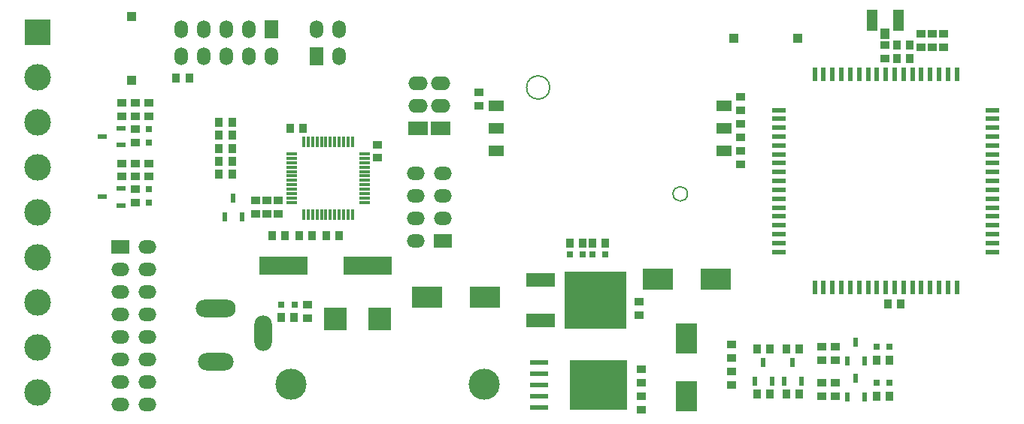
<source format=gbr>
G04 #@! TF.FileFunction,Soldermask,Top*
%FSLAX46Y46*%
G04 Gerber Fmt 4.6, Leading zero omitted, Abs format (unit mm)*
G04 Created by KiCad (PCBNEW (2015-05-11 BZR 5650)-product) date Tue 12 May 2015 11:44:45 AM CEST*
%MOMM*%
G01*
G04 APERTURE LIST*
%ADD10C,0.100000*%
%ADD11C,0.150000*%
%ADD12R,0.299720X1.300480*%
%ADD13R,1.300480X0.299720*%
%ADD14R,1.600000X0.600000*%
%ADD15R,0.600000X1.600000*%
%ADD16R,1.998980X1.524000*%
%ADD17O,1.998980X1.524000*%
%ADD18R,2.199640X1.524000*%
%ADD19O,2.199640X1.524000*%
%ADD20R,3.500120X2.400300*%
%ADD21R,2.550160X2.499360*%
%ADD22R,1.000760X0.899160*%
%ADD23R,2.400300X3.500120*%
%ADD24R,0.899160X1.000760*%
%ADD25C,3.500120*%
%ADD26O,1.998980X4.000500*%
%ADD27O,4.000500X1.998980*%
%ADD28O,4.500880X1.998980*%
%ADD29R,1.700000X1.300000*%
%ADD30R,1.190000X2.340000*%
%ADD31R,1.140000X1.190000*%
%ADD32R,2.999740X2.999740*%
%ADD33C,2.999740*%
%ADD34R,0.797560X0.797560*%
%ADD35R,0.599440X1.000760*%
%ADD36R,1.000760X0.599440*%
%ADD37R,1.000760X1.000760*%
%ADD38R,1.998980X0.596900*%
%ADD39R,6.499860X5.598160*%
%ADD40R,3.200400X1.600200*%
%ADD41R,7.000240X6.499860*%
%ADD42R,5.499100X1.998980*%
%ADD43R,1.524000X1.998980*%
%ADD44O,1.524000X1.998980*%
G04 APERTURE END LIST*
D10*
D11*
X126820000Y-96706000D02*
G75*
G03X126820000Y-96706000I-1310000J0D01*
G01*
X142330000Y-108706000D02*
G75*
G03X142330000Y-108706000I-820000J0D01*
G01*
D12*
X100604320Y-111033560D03*
X101104700Y-111033560D03*
X101605080Y-111033560D03*
X102102920Y-111033560D03*
X102603300Y-111033560D03*
X99103180Y-111033560D03*
X99603560Y-111033560D03*
X100103940Y-111033560D03*
D13*
X105953560Y-109684820D03*
X105953560Y-109184440D03*
X105953560Y-108684060D03*
X105953560Y-108183680D03*
X105953560Y-107683300D03*
X105953560Y-107182920D03*
X105953560Y-106685080D03*
X105953560Y-106184700D03*
D12*
X104604820Y-102834440D03*
X104104440Y-102834440D03*
X103604060Y-102834440D03*
X103103680Y-102834440D03*
X102603300Y-102834440D03*
X102102920Y-102834440D03*
X101605080Y-102834440D03*
X101104700Y-102834440D03*
D13*
X97754440Y-104183180D03*
X97754440Y-104683560D03*
X97754440Y-105183940D03*
X97754440Y-105684320D03*
X97754440Y-106184700D03*
X97754440Y-106685080D03*
X97754440Y-107182920D03*
X97754440Y-107683300D03*
D12*
X103103680Y-111033560D03*
X103604060Y-111033560D03*
X104104440Y-111033560D03*
X104604820Y-111033560D03*
D13*
X105953560Y-105684320D03*
X105953560Y-105183940D03*
X105953560Y-104683560D03*
X105953560Y-104183180D03*
D12*
X100604320Y-102834440D03*
X100103940Y-102834440D03*
X99603560Y-102834440D03*
X99103180Y-102834440D03*
D13*
X97754440Y-108183680D03*
X97754440Y-108684060D03*
X97754440Y-109184440D03*
X97754440Y-109684820D03*
D14*
X152654000Y-99250000D03*
X152654000Y-100250000D03*
X152654000Y-101250000D03*
X152654000Y-102250000D03*
X152654000Y-103250000D03*
X152654000Y-104250000D03*
X152654000Y-105250000D03*
X152654000Y-106250000D03*
X152654000Y-107250000D03*
X152654000Y-108250000D03*
X152654000Y-109250000D03*
X152654000Y-110250000D03*
X152654000Y-111250000D03*
X152654000Y-112250000D03*
X152654000Y-113250000D03*
X152654000Y-114250000D03*
X152654000Y-115250000D03*
D15*
X156654000Y-119250000D03*
X157654000Y-119250000D03*
X158654000Y-119250000D03*
X159654000Y-119250000D03*
X160654000Y-119250000D03*
X161654000Y-119250000D03*
X162654000Y-119250000D03*
X163654000Y-119250000D03*
X164654000Y-119250000D03*
X165654000Y-119250000D03*
X166654000Y-119250000D03*
X167654000Y-119250000D03*
X168654000Y-119250000D03*
X169654000Y-119250000D03*
X170654000Y-119250000D03*
X171654000Y-119250000D03*
X172654000Y-119250000D03*
D14*
X176654000Y-115250000D03*
X176654000Y-114250000D03*
X176654000Y-113250000D03*
X176654000Y-112250000D03*
X176654000Y-111250000D03*
X176654000Y-110250000D03*
X176654000Y-109250000D03*
X176654000Y-108250000D03*
X176654000Y-107250000D03*
X176654000Y-106250000D03*
X176654000Y-105250000D03*
X176654000Y-104250000D03*
X176654000Y-103250000D03*
X176654000Y-102250000D03*
X176654000Y-101250000D03*
X176654000Y-100250000D03*
X176654000Y-99250000D03*
D15*
X172654000Y-95250000D03*
X171654000Y-95250000D03*
X170654000Y-95250000D03*
X169654000Y-95250000D03*
X168654000Y-95250000D03*
X167654000Y-95250000D03*
X166654000Y-95250000D03*
X165654000Y-95250000D03*
X164654000Y-95250000D03*
X163654000Y-95250000D03*
X162654000Y-95250000D03*
X161654000Y-95250000D03*
X160654000Y-95250000D03*
X159654000Y-95250000D03*
X158654000Y-95250000D03*
X157654000Y-95250000D03*
X156654000Y-95250000D03*
D16*
X78491080Y-114681000D03*
D17*
X81528920Y-114681000D03*
X78491080Y-117221000D03*
X81528920Y-117221000D03*
X78491080Y-119761000D03*
X81528920Y-119761000D03*
X78491080Y-122301000D03*
X81528920Y-122301000D03*
X78491080Y-124841000D03*
X81528920Y-124841000D03*
X78491080Y-127381000D03*
X81528920Y-127381000D03*
X78491080Y-129921000D03*
X81528920Y-129921000D03*
X78491080Y-132461000D03*
X81528920Y-132461000D03*
D18*
X112014000Y-101346000D03*
D19*
X112014000Y-98806000D03*
X112014000Y-96266000D03*
D20*
X119519700Y-120396000D03*
X113017300Y-120396000D03*
D21*
X102631240Y-122809000D03*
X107680760Y-122809000D03*
D22*
X99568000Y-121231660D03*
X99568000Y-122735340D03*
D20*
X138988800Y-118364000D03*
X145491200Y-118364000D03*
D23*
X142240000Y-125018800D03*
X142240000Y-131521200D03*
D22*
X136906000Y-120914160D03*
X136906000Y-122417840D03*
X147320000Y-125740160D03*
X147320000Y-127243840D03*
D24*
X164856160Y-121158000D03*
X166359840Y-121158000D03*
X165872160Y-93472000D03*
X167375840Y-93472000D03*
X165872160Y-91948000D03*
X167375840Y-91948000D03*
D22*
X148336000Y-99303840D03*
X148336000Y-97800160D03*
D24*
X86233000Y-95631000D03*
X84729320Y-95631000D03*
X97017840Y-113411000D03*
X95514160Y-113411000D03*
X101620320Y-113411000D03*
X103124000Y-113411000D03*
X97546160Y-101346000D03*
X99049840Y-101346000D03*
D22*
X107442000Y-103144320D03*
X107442000Y-104648000D03*
X96266000Y-110987840D03*
X96266000Y-109484160D03*
D25*
X97701100Y-130175000D03*
X119468900Y-130175000D03*
D26*
X94518480Y-124388880D03*
D27*
X89217500Y-127640080D03*
D28*
X89217500Y-121638060D03*
D29*
X146470000Y-98806000D03*
X146470000Y-101346000D03*
X146470000Y-103886000D03*
X120770000Y-98806000D03*
X120770000Y-101346000D03*
X120770000Y-103886000D03*
D30*
X163117000Y-89154000D03*
X166067000Y-89154000D03*
D31*
X164592000Y-90679000D03*
D32*
X69151500Y-90487500D03*
D33*
X69151500Y-105727500D03*
X69151500Y-110807500D03*
X69151500Y-115887500D03*
X69151500Y-120967500D03*
X69151500Y-126047500D03*
X69151500Y-131127500D03*
X69151500Y-100647500D03*
X69151500Y-95567500D03*
D18*
X114554000Y-101346000D03*
D19*
X114554000Y-98806000D03*
X114554000Y-96266000D03*
D34*
X98082100Y-121208800D03*
X96583500Y-121208800D03*
X131584700Y-115570000D03*
X133083300Y-115570000D03*
X129044700Y-115570000D03*
X130543300Y-115570000D03*
X81692750Y-102889050D03*
X81692750Y-101390450D03*
X81692750Y-109683550D03*
X81692750Y-108184950D03*
D35*
X149923500Y-129834640D03*
X150876000Y-127721360D03*
X151828500Y-129834640D03*
X153225500Y-129834640D03*
X154178000Y-127721360D03*
X155130500Y-129834640D03*
D36*
X78558390Y-103219250D03*
X76445110Y-102266750D03*
X78558390Y-101314250D03*
X78558390Y-110013750D03*
X76445110Y-109061250D03*
X78558390Y-108108750D03*
D35*
X90233500Y-111292640D03*
X91186000Y-109179360D03*
X92138500Y-111292640D03*
D24*
X98033840Y-122682000D03*
X96530160Y-122682000D03*
X150124160Y-131318000D03*
X151627840Y-131318000D03*
X153426160Y-131318000D03*
X154929840Y-131318000D03*
X150124160Y-126238000D03*
X151627840Y-126238000D03*
X153426160Y-126238000D03*
X154929840Y-126238000D03*
D22*
X137160000Y-128534160D03*
X137160000Y-130037840D03*
X137160000Y-131582160D03*
X137160000Y-133085840D03*
X147320000Y-130291840D03*
X147320000Y-128788160D03*
D24*
X131582160Y-114300000D03*
X133085840Y-114300000D03*
X129052320Y-114300000D03*
X130556000Y-114300000D03*
D22*
X148336000Y-100848160D03*
X148336000Y-102351840D03*
X148336000Y-103896160D03*
X148336000Y-105399840D03*
X164592000Y-91958160D03*
X164592000Y-93461840D03*
X118872000Y-97292160D03*
X118872000Y-98795840D03*
X78644750Y-99970590D03*
X78644750Y-98466910D03*
X78644750Y-106765090D03*
X78644750Y-105261410D03*
X80168750Y-99970590D03*
X80168750Y-98466910D03*
X80168750Y-106765090D03*
X80168750Y-105261410D03*
X80168750Y-102891590D03*
X80168750Y-101387910D03*
X80168750Y-109686090D03*
X80168750Y-108182410D03*
X81692750Y-98466910D03*
X81692750Y-99970590D03*
X81692750Y-105261410D03*
X81692750Y-106765090D03*
D24*
X100076000Y-113411000D03*
X98572320Y-113411000D03*
D22*
X93726000Y-110987840D03*
X93726000Y-109484160D03*
X94996000Y-109484160D03*
X94996000Y-110987840D03*
D24*
X89545160Y-106489500D03*
X91048840Y-106489500D03*
X89545160Y-105029000D03*
X91048840Y-105029000D03*
X89545160Y-103568500D03*
X91048840Y-103568500D03*
X89545160Y-102108000D03*
X91048840Y-102108000D03*
X89545160Y-100647500D03*
X91048840Y-100647500D03*
D37*
X147530820Y-91186000D03*
X154729180Y-91186000D03*
X79756000Y-88729820D03*
X79756000Y-95928180D03*
D38*
X125577600Y-127711200D03*
X125577600Y-132791200D03*
D39*
X132275580Y-130251200D03*
D38*
X125577600Y-128981200D03*
X125577600Y-130251200D03*
X125577600Y-131521200D03*
D40*
X125755400Y-118399560D03*
X125755400Y-123002040D03*
D41*
X132003800Y-120700800D03*
D42*
X96786700Y-116840000D03*
X106286300Y-116840000D03*
D43*
X95504000Y-90175080D03*
D44*
X95504000Y-93212920D03*
X92964000Y-90175080D03*
X92964000Y-93212920D03*
X90424000Y-90175080D03*
X90424000Y-93212920D03*
X87884000Y-90175080D03*
X87884000Y-93212920D03*
X85344000Y-90175080D03*
X85344000Y-93212920D03*
D43*
X100584000Y-93212920D03*
D44*
X100584000Y-90175080D03*
X103124000Y-93212920D03*
X103124000Y-90175080D03*
D16*
X114802920Y-114046000D03*
D17*
X111765080Y-114046000D03*
X114802920Y-111506000D03*
X111765080Y-111506000D03*
X114802920Y-108966000D03*
X111765080Y-108966000D03*
X114802920Y-106426000D03*
X111765080Y-106426000D03*
D34*
X163588700Y-125984000D03*
X165087300Y-125984000D03*
X163588700Y-130048000D03*
X165087300Y-130048000D03*
D35*
X160337500Y-127548640D03*
X161290000Y-125435360D03*
X162242500Y-127548640D03*
X160337500Y-131612640D03*
X161290000Y-129499360D03*
X162242500Y-131612640D03*
D24*
X163586160Y-127508000D03*
X165089840Y-127508000D03*
X163586160Y-131572000D03*
X165089840Y-131572000D03*
D22*
X159004000Y-127497840D03*
X159004000Y-125994160D03*
X159004000Y-131561840D03*
X159004000Y-130058160D03*
X157480000Y-125994160D03*
X157480000Y-127497840D03*
X157480000Y-130058160D03*
X157480000Y-131561840D03*
X169926000Y-92191840D03*
X169926000Y-90688160D03*
X168656000Y-92191840D03*
X168656000Y-90688160D03*
X171196000Y-92191840D03*
X171196000Y-90688160D03*
M02*

</source>
